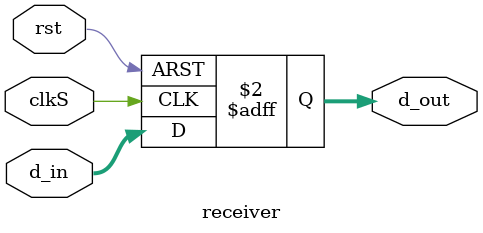
<source format=v>
module receiver(clkS,rst,d_in,d_out);
input clkS,rst;
input [7:0] d_in;
output reg [7:0] d_out;

always @(posedge clkS or posedge rst) 
	if(rst) d_out <= 8'b0;
	else d_out <= d_in;

endmodule

</source>
